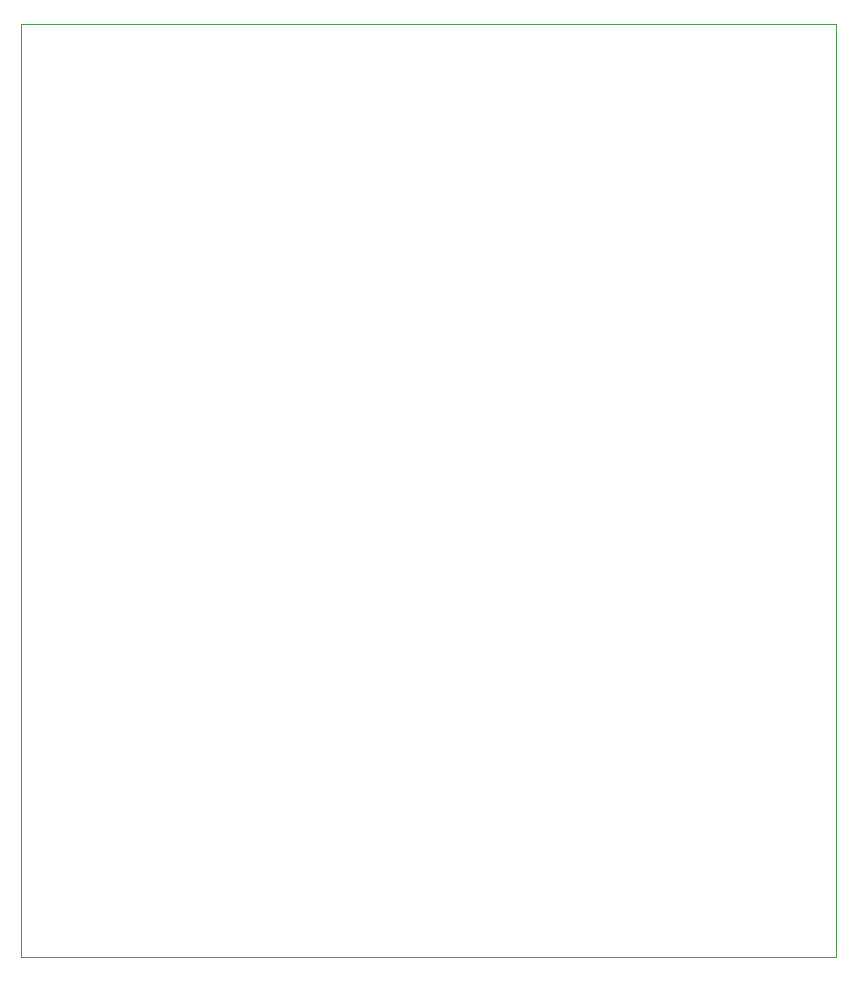
<source format=gbr>
%TF.GenerationSoftware,KiCad,Pcbnew,8.0.3*%
%TF.CreationDate,2024-07-18T13:59:58+08:00*%
%TF.ProjectId,NTC,4e54432e-6b69-4636-9164-5f7063625858,rev?*%
%TF.SameCoordinates,Original*%
%TF.FileFunction,Profile,NP*%
%FSLAX46Y46*%
G04 Gerber Fmt 4.6, Leading zero omitted, Abs format (unit mm)*
G04 Created by KiCad (PCBNEW 8.0.3) date 2024-07-18 13:59:58*
%MOMM*%
%LPD*%
G01*
G04 APERTURE LIST*
%TA.AperFunction,Profile*%
%ADD10C,0.100000*%
%TD*%
G04 APERTURE END LIST*
D10*
X184500000Y-50000000D02*
X184500000Y-129000000D01*
X115500000Y-50000000D02*
X184500000Y-50000000D01*
X115500000Y-50000000D02*
X115500000Y-129000000D01*
X184500000Y-129000000D02*
X115500000Y-129000000D01*
M02*

</source>
